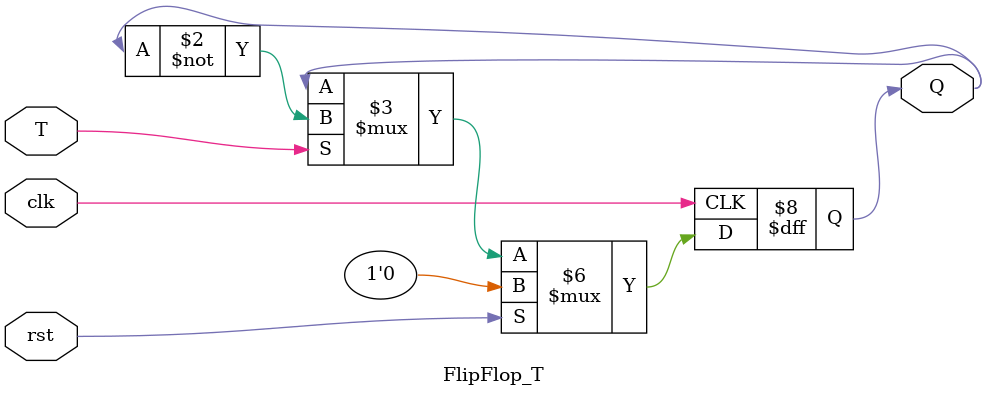
<source format=sv>
`timescale 1ns / 1ps


module FlipFlop_T(
    input  logic clk,     // Clock input
    input  logic rst,   // Active-high synchronous reset
    input  logic T,       // Toggle input
    output logic Q        // Output of the flip-flop
);

    always @(posedge clk) begin
        if (rst) begin
            Q <= 0;  // Reset output to 0
        end else if (T) begin
            Q <= ~Q;  // Toggle output if T is high
        end
    end
endmodule


</source>
